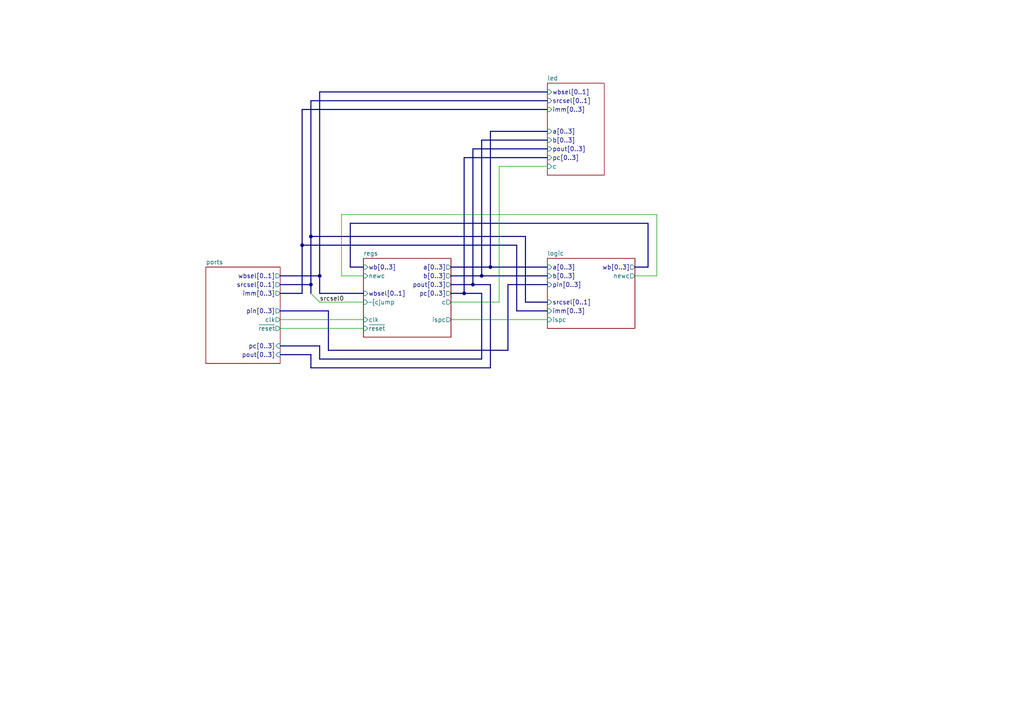
<source format=kicad_sch>
(kicad_sch (version 20211123) (generator eeschema)

  (uuid e63e39d7-6ac0-4ffd-8aa3-1841a4541b55)

  (paper "A4")

  (lib_symbols
  )

  (junction (at 137.16 82.55) (diameter 0) (color 0 0 0 0)
    (uuid 3c00b346-e50e-44e5-8d62-b2c3887101ad)
  )
  (junction (at 134.62 85.09) (diameter 0) (color 0 0 0 0)
    (uuid 5f068814-d73c-4d8a-8150-1380a053189a)
  )
  (junction (at 139.7 80.01) (diameter 0) (color 0 0 0 0)
    (uuid 6be575ff-2cdd-4a97-9307-74dc7e2d5297)
  )
  (junction (at 90.17 82.55) (diameter 0) (color 0 0 0 0)
    (uuid 941fbb1a-743c-4621-9207-b3a39f25d757)
  )
  (junction (at 87.63 71.12) (diameter 0) (color 0 0 0 0)
    (uuid 99b39967-cd36-4263-817f-91cfa2c88c22)
  )
  (junction (at 142.24 77.47) (diameter 0) (color 0 0 0 0)
    (uuid a0278d2d-4d64-4209-82c9-840f3c8c37f6)
  )
  (junction (at 90.17 68.58) (diameter 0) (color 0 0 0 0)
    (uuid ee0c028c-75a1-4003-a390-2ca77b88198f)
  )
  (junction (at 92.71 80.01) (diameter 0) (color 0 0 0 0)
    (uuid fab3fcff-06f5-49e3-bcfa-c85af8034e83)
  )

  (bus_entry (at 90.17 85.09) (size 2.54 2.54)
    (stroke (width 0) (type default) (color 0 0 0 0))
    (uuid 0b15c3b8-9f37-42c8-98d8-bf37954a8e04)
  )

  (bus (pts (xy 139.7 80.01) (xy 158.75 80.01))
    (stroke (width 0) (type default) (color 0 0 0 0))
    (uuid 0215363c-dec6-456a-8868-b418b226a806)
  )
  (bus (pts (xy 90.17 82.55) (xy 90.17 68.58))
    (stroke (width 0) (type default) (color 0 0 0 0))
    (uuid 08ce2b58-e6ed-4edf-88bd-7b88344f77a4)
  )
  (bus (pts (xy 137.16 82.55) (xy 137.16 43.18))
    (stroke (width 0) (type default) (color 0 0 0 0))
    (uuid 09d438f3-fd99-4a17-90d5-21b27d24aa4b)
  )

  (wire (pts (xy 99.06 80.01) (xy 105.41 80.01))
    (stroke (width 0) (type default) (color 0 0 0 0))
    (uuid 0acfb542-763e-4bb4-805c-f65bba26dc00)
  )
  (bus (pts (xy 147.32 101.6) (xy 147.32 82.55))
    (stroke (width 0) (type default) (color 0 0 0 0))
    (uuid 0c5cd294-974e-48b3-a8ad-4347b0787c40)
  )
  (bus (pts (xy 147.32 82.55) (xy 158.75 82.55))
    (stroke (width 0) (type default) (color 0 0 0 0))
    (uuid 1038313e-2d7d-4fc3-a4a3-e94e2ac2e2b6)
  )
  (bus (pts (xy 92.71 80.01) (xy 92.71 26.67))
    (stroke (width 0) (type default) (color 0 0 0 0))
    (uuid 11c84ebe-41f3-4ee1-9381-8372a814669f)
  )
  (bus (pts (xy 101.6 64.77) (xy 101.6 77.47))
    (stroke (width 0) (type default) (color 0 0 0 0))
    (uuid 172b49b6-3375-481e-862d-5183fae2aa1d)
  )
  (bus (pts (xy 95.25 90.17) (xy 95.25 101.6))
    (stroke (width 0) (type default) (color 0 0 0 0))
    (uuid 173e57ee-d66e-4057-a8d4-cc349aaaf8bf)
  )
  (bus (pts (xy 92.71 104.14) (xy 92.71 100.33))
    (stroke (width 0) (type default) (color 0 0 0 0))
    (uuid 19dea56c-c5e7-43fd-ac6c-a4dc0622bd45)
  )
  (bus (pts (xy 87.63 71.12) (xy 87.63 31.75))
    (stroke (width 0) (type default) (color 0 0 0 0))
    (uuid 1eab9327-4e80-4cd2-8dee-6610cef16403)
  )
  (bus (pts (xy 149.86 71.12) (xy 149.86 90.17))
    (stroke (width 0) (type default) (color 0 0 0 0))
    (uuid 229ce09d-631d-438b-98d9-e0a3c80da569)
  )

  (wire (pts (xy 184.15 80.01) (xy 190.5 80.01))
    (stroke (width 0) (type default) (color 0 0 0 0))
    (uuid 2412676f-b749-4409-ab49-82be76b17fde)
  )
  (bus (pts (xy 184.15 77.47) (xy 187.96 77.47))
    (stroke (width 0) (type default) (color 0 0 0 0))
    (uuid 2476294c-d3a7-4144-b035-10e9e1a34248)
  )

  (wire (pts (xy 130.81 92.71) (xy 158.75 92.71))
    (stroke (width 0) (type default) (color 0 0 0 0))
    (uuid 33e04aef-abe2-4e51-8de3-38c89b4b758d)
  )
  (bus (pts (xy 90.17 102.87) (xy 81.28 102.87))
    (stroke (width 0) (type default) (color 0 0 0 0))
    (uuid 376ab2ef-c6b4-4f01-8d48-1bc689cd5b0f)
  )
  (bus (pts (xy 130.81 85.09) (xy 134.62 85.09))
    (stroke (width 0) (type default) (color 0 0 0 0))
    (uuid 40e068e2-5fe9-471e-90a5-b33c0912bf5a)
  )

  (wire (pts (xy 190.5 80.01) (xy 190.5 62.23))
    (stroke (width 0) (type default) (color 0 0 0 0))
    (uuid 42b80f06-24f5-4d3f-b43c-9cf173501d10)
  )
  (bus (pts (xy 87.63 31.75) (xy 158.75 31.75))
    (stroke (width 0) (type default) (color 0 0 0 0))
    (uuid 490c71ec-b40f-4fee-8db6-f1f7ffc3b58f)
  )
  (bus (pts (xy 101.6 77.47) (xy 105.41 77.47))
    (stroke (width 0) (type default) (color 0 0 0 0))
    (uuid 4a4594cc-a3fa-4ddf-8f7d-089b91ace25d)
  )
  (bus (pts (xy 134.62 45.72) (xy 134.62 85.09))
    (stroke (width 0) (type default) (color 0 0 0 0))
    (uuid 4f5f83f6-fd25-4b7b-a543-cbb4e1bdbc59)
  )
  (bus (pts (xy 87.63 71.12) (xy 149.86 71.12))
    (stroke (width 0) (type default) (color 0 0 0 0))
    (uuid 4f6861b9-c7ea-448a-808b-995163ce6013)
  )
  (bus (pts (xy 130.81 82.55) (xy 137.16 82.55))
    (stroke (width 0) (type default) (color 0 0 0 0))
    (uuid 52b5e68f-871d-4a66-af3e-00a493dd108e)
  )
  (bus (pts (xy 90.17 106.68) (xy 90.17 102.87))
    (stroke (width 0) (type default) (color 0 0 0 0))
    (uuid 540f01f8-21c2-4de1-990e-daf5c1103883)
  )
  (bus (pts (xy 81.28 82.55) (xy 90.17 82.55))
    (stroke (width 0) (type default) (color 0 0 0 0))
    (uuid 589bc040-cf99-4b6d-a811-feb4bbfa6de0)
  )
  (bus (pts (xy 134.62 85.09) (xy 139.7 85.09))
    (stroke (width 0) (type default) (color 0 0 0 0))
    (uuid 5ac79db6-6f5a-4c9e-8724-d0e243123fa2)
  )

  (wire (pts (xy 144.78 87.63) (xy 144.78 48.26))
    (stroke (width 0) (type default) (color 0 0 0 0))
    (uuid 5d415a47-e52f-4a2a-b8d4-d95a367beb7a)
  )
  (bus (pts (xy 134.62 45.72) (xy 158.75 45.72))
    (stroke (width 0) (type default) (color 0 0 0 0))
    (uuid 5d9dfda9-34d8-49b8-a7d8-43f33f187597)
  )
  (bus (pts (xy 137.16 43.18) (xy 158.75 43.18))
    (stroke (width 0) (type default) (color 0 0 0 0))
    (uuid 5df82d64-d475-4d6e-ad49-d81c3dea989b)
  )
  (bus (pts (xy 139.7 104.14) (xy 92.71 104.14))
    (stroke (width 0) (type default) (color 0 0 0 0))
    (uuid 5e83dcf8-a474-4130-972d-60976cb50752)
  )
  (bus (pts (xy 139.7 40.64) (xy 158.75 40.64))
    (stroke (width 0) (type default) (color 0 0 0 0))
    (uuid 61e13468-d5f4-483c-bf80-01b2463d9a19)
  )
  (bus (pts (xy 81.28 90.17) (xy 95.25 90.17))
    (stroke (width 0) (type default) (color 0 0 0 0))
    (uuid 6328a6c9-9625-4466-a9f9-e52a39201852)
  )
  (bus (pts (xy 139.7 80.01) (xy 139.7 40.64))
    (stroke (width 0) (type default) (color 0 0 0 0))
    (uuid 637da283-48f0-465e-9adb-54f11e2cac22)
  )
  (bus (pts (xy 81.28 80.01) (xy 92.71 80.01))
    (stroke (width 0) (type default) (color 0 0 0 0))
    (uuid 6c501d87-2ca5-48b9-b197-bdb107aac3fc)
  )

  (wire (pts (xy 92.71 87.63) (xy 105.41 87.63))
    (stroke (width 0) (type default) (color 0 0 0 0))
    (uuid 6fbde3b1-2ee1-47a6-bfc4-1c8fcd99e118)
  )
  (bus (pts (xy 90.17 68.58) (xy 152.4 68.58))
    (stroke (width 0) (type default) (color 0 0 0 0))
    (uuid 762d5180-c79c-4e35-86fc-5142017a7b47)
  )
  (bus (pts (xy 90.17 82.55) (xy 90.17 85.09))
    (stroke (width 0) (type default) (color 0 0 0 0))
    (uuid 7a8fb343-e590-4ac5-82eb-d8463bce7b77)
  )
  (bus (pts (xy 92.71 85.09) (xy 105.41 85.09))
    (stroke (width 0) (type default) (color 0 0 0 0))
    (uuid 7b74bdd7-b454-416f-8180-0668a3cfa96b)
  )
  (bus (pts (xy 142.24 82.55) (xy 142.24 106.68))
    (stroke (width 0) (type default) (color 0 0 0 0))
    (uuid 7dd15c60-4229-40d4-8c96-7f721f1de8fe)
  )
  (bus (pts (xy 142.24 106.68) (xy 90.17 106.68))
    (stroke (width 0) (type default) (color 0 0 0 0))
    (uuid 7f2da4c6-3d68-4c47-ac0a-8c9f0ed7ddf2)
  )
  (bus (pts (xy 130.81 80.01) (xy 139.7 80.01))
    (stroke (width 0) (type default) (color 0 0 0 0))
    (uuid 8159205c-5e5f-4635-acf1-9e74b5de94dc)
  )
  (bus (pts (xy 92.71 80.01) (xy 92.71 85.09))
    (stroke (width 0) (type default) (color 0 0 0 0))
    (uuid 89499172-cc39-407e-b917-cf8f8b2a13df)
  )
  (bus (pts (xy 87.63 71.12) (xy 87.63 85.09))
    (stroke (width 0) (type default) (color 0 0 0 0))
    (uuid 913dd538-f493-45ad-8913-c28b523516a1)
  )
  (bus (pts (xy 152.4 68.58) (xy 152.4 87.63))
    (stroke (width 0) (type default) (color 0 0 0 0))
    (uuid 93a9b1c9-75da-4adb-b8d1-19d87d9ff563)
  )
  (bus (pts (xy 149.86 90.17) (xy 158.75 90.17))
    (stroke (width 0) (type default) (color 0 0 0 0))
    (uuid 9769c48d-6968-4a10-a238-7f3ae8fd26e1)
  )
  (bus (pts (xy 152.4 87.63) (xy 158.75 87.63))
    (stroke (width 0) (type default) (color 0 0 0 0))
    (uuid 99ed0a12-d535-49f5-b156-2fb6ed9b70b5)
  )

  (wire (pts (xy 99.06 62.23) (xy 190.5 62.23))
    (stroke (width 0) (type default) (color 0 0 0 0))
    (uuid 9b47dc77-be99-448c-a478-a0eadd2295df)
  )
  (bus (pts (xy 139.7 85.09) (xy 139.7 104.14))
    (stroke (width 0) (type default) (color 0 0 0 0))
    (uuid 9d7442a3-13cf-4b69-8acc-c708db0df310)
  )

  (wire (pts (xy 144.78 48.26) (xy 158.75 48.26))
    (stroke (width 0) (type default) (color 0 0 0 0))
    (uuid 9f6d6558-e949-4d00-886b-28ae6014788a)
  )
  (bus (pts (xy 92.71 100.33) (xy 81.28 100.33))
    (stroke (width 0) (type default) (color 0 0 0 0))
    (uuid a6b9e6b8-2965-430d-851a-419b1f2c68b1)
  )
  (bus (pts (xy 137.16 82.55) (xy 142.24 82.55))
    (stroke (width 0) (type default) (color 0 0 0 0))
    (uuid ae5692bc-a8f9-4d41-be68-39c09d3331e2)
  )
  (bus (pts (xy 187.96 77.47) (xy 187.96 64.77))
    (stroke (width 0) (type default) (color 0 0 0 0))
    (uuid b61ff43d-28b2-4580-9aaa-bea783851525)
  )
  (bus (pts (xy 90.17 68.58) (xy 90.17 29.21))
    (stroke (width 0) (type default) (color 0 0 0 0))
    (uuid b9c76ac1-2888-4414-8716-7ed4a9e98702)
  )

  (wire (pts (xy 81.28 95.25) (xy 105.41 95.25))
    (stroke (width 0) (type default) (color 0 0 0 0))
    (uuid bef16dcb-8345-4344-8926-7874bff22bb1)
  )
  (bus (pts (xy 95.25 101.6) (xy 147.32 101.6))
    (stroke (width 0) (type default) (color 0 0 0 0))
    (uuid c16b78f3-5cdb-4546-a5f8-99bbae79f8d8)
  )

  (wire (pts (xy 81.28 92.71) (xy 105.41 92.71))
    (stroke (width 0) (type default) (color 0 0 0 0))
    (uuid c23d1473-f02b-4a7d-b532-084265d6f779)
  )
  (bus (pts (xy 142.24 77.47) (xy 158.75 77.47))
    (stroke (width 0) (type default) (color 0 0 0 0))
    (uuid c685c788-dde9-4c1d-9d61-e229c0e20c59)
  )
  (bus (pts (xy 187.96 64.77) (xy 101.6 64.77))
    (stroke (width 0) (type default) (color 0 0 0 0))
    (uuid c8e75be2-ddbd-45ad-9bd2-d541c428dede)
  )

  (wire (pts (xy 99.06 62.23) (xy 99.06 80.01))
    (stroke (width 0) (type default) (color 0 0 0 0))
    (uuid cfa74921-95b8-4e92-bb32-c69585f3014f)
  )
  (bus (pts (xy 81.28 85.09) (xy 87.63 85.09))
    (stroke (width 0) (type default) (color 0 0 0 0))
    (uuid d8e33265-90d9-4b8e-a030-dd9294391e31)
  )
  (bus (pts (xy 142.24 77.47) (xy 142.24 38.1))
    (stroke (width 0) (type default) (color 0 0 0 0))
    (uuid ea81685d-fa3c-43fd-a00e-5b392a2488ce)
  )
  (bus (pts (xy 130.81 77.47) (xy 142.24 77.47))
    (stroke (width 0) (type default) (color 0 0 0 0))
    (uuid ecde4e67-5992-4768-b922-9d1ac0ed1a8b)
  )
  (bus (pts (xy 142.24 38.1) (xy 158.75 38.1))
    (stroke (width 0) (type default) (color 0 0 0 0))
    (uuid f4d3af0f-abb8-4e4e-9976-87bd8354ff76)
  )
  (bus (pts (xy 92.71 26.67) (xy 158.75 26.67))
    (stroke (width 0) (type default) (color 0 0 0 0))
    (uuid f6f0290a-1f7d-4a8d-a750-c34ac30404bc)
  )

  (wire (pts (xy 130.81 87.63) (xy 144.78 87.63))
    (stroke (width 0) (type default) (color 0 0 0 0))
    (uuid f7c0aac7-8880-4304-bc58-05c0cc275f1b)
  )
  (bus (pts (xy 90.17 29.21) (xy 158.75 29.21))
    (stroke (width 0) (type default) (color 0 0 0 0))
    (uuid fb34b2c2-d938-4fe1-880e-db71abfb1a83)
  )

  (label "srcsel0" (at 92.71 87.63 0)
    (effects (font (size 1.27 1.27)) (justify left bottom))
    (uuid 89dc0a78-8605-4c91-9d64-533cb8b905ab)
  )

  (sheet (at 59.69 77.47) (size 21.59 27.94) (fields_autoplaced)
    (stroke (width 0.1524) (type solid) (color 0 0 0 0))
    (fill (color 0 0 0 0.0000))
    (uuid 54212c01-b363-47b8-a145-45c40df316f4)
    (property "Sheet name" "ports" (id 0) (at 59.69 76.7584 0)
      (effects (font (size 1.27 1.27)) (justify left bottom))
    )
    (property "Sheet file" "ports.kicad_sch" (id 1) (at 59.69 105.9946 0)
      (effects (font (size 1.27 1.27)) (justify left top) hide)
    )
    (pin "pout[0..3]" input (at 81.28 102.87 0)
      (effects (font (size 1.27 1.27)) (justify right))
      (uuid e1e7ed63-a171-4176-af14-3e4008326e17)
    )
    (pin "pin[0..3]" output (at 81.28 90.17 0)
      (effects (font (size 1.27 1.27)) (justify right))
      (uuid c6d2f83a-6e7b-40f7-a5c1-e00aa1f31997)
    )
    (pin "clk" output (at 81.28 92.71 0)
      (effects (font (size 1.27 1.27)) (justify right))
      (uuid b04fea15-81cf-4a06-86a6-b9e30ba6ce55)
    )
    (pin "~{reset}" output (at 81.28 95.25 0)
      (effects (font (size 1.27 1.27)) (justify right))
      (uuid 5c6b6f45-9e09-43a9-906f-16266c775a8c)
    )
    (pin "pc[0..3]" input (at 81.28 100.33 0)
      (effects (font (size 1.27 1.27)) (justify right))
      (uuid e93b1e58-cd2d-4987-bdd9-7a349fa105aa)
    )
    (pin "imm[0..3]" output (at 81.28 85.09 0)
      (effects (font (size 1.27 1.27)) (justify right))
      (uuid 59b1ee47-940d-4ea0-87f2-5e1d36bc9490)
    )
    (pin "wbsel[0..1]" output (at 81.28 80.01 0)
      (effects (font (size 1.27 1.27)) (justify right))
      (uuid e2710e99-d539-473e-86b6-bd171f675f79)
    )
    (pin "srcsel[0..1]" output (at 81.28 82.55 0)
      (effects (font (size 1.27 1.27)) (justify right))
      (uuid 42fc01a4-7df3-4245-9268-0a529676bf95)
    )
  )

  (sheet (at 158.75 24.13) (size 16.51 26.67) (fields_autoplaced)
    (stroke (width 0.1524) (type solid) (color 0 0 0 0))
    (fill (color 0 0 0 0.0000))
    (uuid ae4166d0-3501-472b-a768-e7fba8d8da90)
    (property "Sheet name" "led" (id 0) (at 158.75 23.4184 0)
      (effects (font (size 1.27 1.27)) (justify left bottom))
    )
    (property "Sheet file" "led.kicad_sch" (id 1) (at 158.75 51.3846 0)
      (effects (font (size 1.27 1.27)) (justify left top) hide)
    )
    (pin "a[0..3]" input (at 158.75 38.1 180)
      (effects (font (size 1.27 1.27)) (justify left))
      (uuid 64c4964b-9a95-43d6-b2fa-ea2c2e85e129)
    )
    (pin "b[0..3]" input (at 158.75 40.64 180)
      (effects (font (size 1.27 1.27)) (justify left))
      (uuid d78f21f5-1c34-43d3-a219-eace7a73be33)
    )
    (pin "pout[0..3]" input (at 158.75 43.18 180)
      (effects (font (size 1.27 1.27)) (justify left))
      (uuid bf9f2784-b93b-4eac-9378-80a5bf2047cb)
    )
    (pin "c" input (at 158.75 48.26 180)
      (effects (font (size 1.27 1.27)) (justify left))
      (uuid 13d77d0f-55be-40c6-a3e4-04c1f39a6e88)
    )
    (pin "wbsel[0..1]" input (at 158.75 26.67 180)
      (effects (font (size 1.27 1.27)) (justify left))
      (uuid c06cc563-9381-4f16-a93c-baf453d0f827)
    )
    (pin "srcsel[0..1]" input (at 158.75 29.21 180)
      (effects (font (size 1.27 1.27)) (justify left))
      (uuid 1017072a-8266-429e-91e7-0b2c1b9ba0ed)
    )
    (pin "imm[0..3]" input (at 158.75 31.75 180)
      (effects (font (size 1.27 1.27)) (justify left))
      (uuid e6ed44f0-2ce8-46b7-8537-5b105ed09e47)
    )
    (pin "pc[0..3]" input (at 158.75 45.72 180)
      (effects (font (size 1.27 1.27)) (justify left))
      (uuid f82ae27f-b19f-4034-9430-ec2343493302)
    )
  )

  (sheet (at 105.41 74.93) (size 25.4 22.86) (fields_autoplaced)
    (stroke (width 0.1524) (type solid) (color 0 0 0 0))
    (fill (color 0 0 0 0.0000))
    (uuid b6df6e41-c376-419f-b59e-d3d46fbd9122)
    (property "Sheet name" "regs" (id 0) (at 105.41 74.2184 0)
      (effects (font (size 1.27 1.27)) (justify left bottom))
    )
    (property "Sheet file" "regs.kicad_sch" (id 1) (at 105.41 98.3746 0)
      (effects (font (size 1.27 1.27)) (justify left top) hide)
    )
    (pin "newc" input (at 105.41 80.01 180)
      (effects (font (size 1.27 1.27)) (justify left))
      (uuid 6f470d61-1b3b-4793-bf4d-2531528fd487)
    )
    (pin "~{cjump" input (at 105.41 87.63 180)
      (effects (font (size 1.27 1.27)) (justify left))
      (uuid 4d5aba39-af4a-4d9f-9ee9-e9abf155c76d)
    )
    (pin "~{reset}" input (at 105.41 95.25 180)
      (effects (font (size 1.27 1.27)) (justify left))
      (uuid 31778964-9f7d-4528-8535-e78487593b68)
    )
    (pin "clk" input (at 105.41 92.71 180)
      (effects (font (size 1.27 1.27)) (justify left))
      (uuid 4c84bf70-c1e7-4829-ab36-c5d91c22ddb6)
    )
    (pin "c" output (at 130.81 87.63 0)
      (effects (font (size 1.27 1.27)) (justify right))
      (uuid a4bc0a77-cd8d-4789-9d68-8f85207db6c1)
    )
    (pin "wb[0..3]" input (at 105.41 77.47 180)
      (effects (font (size 1.27 1.27)) (justify left))
      (uuid 00797494-18b7-4174-afc2-dccf5c33f530)
    )
    (pin "wbsel[0..1]" input (at 105.41 85.09 180)
      (effects (font (size 1.27 1.27)) (justify left))
      (uuid 17398b25-4d93-42da-ad77-f1f15ed456b1)
    )
    (pin "a[0..3]" output (at 130.81 77.47 0)
      (effects (font (size 1.27 1.27)) (justify right))
      (uuid d10c0200-38fd-4c8d-8eac-6c71ef126d43)
    )
    (pin "pout[0..3]" output (at 130.81 82.55 0)
      (effects (font (size 1.27 1.27)) (justify right))
      (uuid 7b64cfe5-3557-4bfe-8514-de57aa784542)
    )
    (pin "b[0..3]" output (at 130.81 80.01 0)
      (effects (font (size 1.27 1.27)) (justify right))
      (uuid 9de10105-ed6b-478a-acd2-d822104ec4fd)
    )
    (pin "pc[0..3]" output (at 130.81 85.09 0)
      (effects (font (size 1.27 1.27)) (justify right))
      (uuid d5db5920-aadf-4320-9f27-7e6d8872cec3)
    )
    (pin "ispc" output (at 130.81 92.71 0)
      (effects (font (size 1.27 1.27)) (justify right))
      (uuid 4ae2fe39-dc4a-4892-850c-f7e6f76e9f18)
    )
  )

  (sheet (at 158.75 74.93) (size 25.4 20.32) (fields_autoplaced)
    (stroke (width 0.1524) (type solid) (color 0 0 0 0))
    (fill (color 0 0 0 0.0000))
    (uuid b75026d7-74d7-409b-aacb-2ae63565f9b5)
    (property "Sheet name" "logic" (id 0) (at 158.75 74.2184 0)
      (effects (font (size 1.27 1.27)) (justify left bottom))
    )
    (property "Sheet file" "logic.kicad_sch" (id 1) (at 158.75 95.8346 0)
      (effects (font (size 1.27 1.27)) (justify left top) hide)
    )
    (pin "b[0..3]" input (at 158.75 80.01 180)
      (effects (font (size 1.27 1.27)) (justify left))
      (uuid 037673f1-5684-4db5-9a52-e50fb056fbda)
    )
    (pin "a[0..3]" input (at 158.75 77.47 180)
      (effects (font (size 1.27 1.27)) (justify left))
      (uuid a309bd14-ceef-46ab-9c43-5752fabf0984)
    )
    (pin "srcsel[0..1]" input (at 158.75 87.63 180)
      (effects (font (size 1.27 1.27)) (justify left))
      (uuid bcc0ab78-c125-40cd-a7f3-d4b5eb920c75)
    )
    (pin "pin[0..3]" input (at 158.75 82.55 180)
      (effects (font (size 1.27 1.27)) (justify left))
      (uuid 99cfc34c-0c78-44ae-a453-c80f51e13fe4)
    )
    (pin "imm[0..3]" input (at 158.75 90.17 180)
      (effects (font (size 1.27 1.27)) (justify left))
      (uuid 508cf5fa-1bf1-40e5-a907-8acf5a2308fa)
    )
    (pin "wb[0..3]" output (at 184.15 77.47 0)
      (effects (font (size 1.27 1.27)) (justify right))
      (uuid f099ad39-af8c-4760-b69b-2c1850c84c16)
    )
    (pin "ispc" input (at 158.75 92.71 180)
      (effects (font (size 1.27 1.27)) (justify left))
      (uuid d6f98c51-6ba7-4b1d-ac11-622d761f1eb0)
    )
    (pin "newc" output (at 184.15 80.01 0)
      (effects (font (size 1.27 1.27)) (justify right))
      (uuid 7817ae2b-5e2d-40b6-972f-ec9a0e13a538)
    )
  )

  (sheet_instances
    (path "/" (page "1"))
    (path "/54212c01-b363-47b8-a145-45c40df316f4" (page "2"))
    (path "/b6df6e41-c376-419f-b59e-d3d46fbd9122" (page "3"))
    (path "/b75026d7-74d7-409b-aacb-2ae63565f9b5" (page "4"))
    (path "/ae4166d0-3501-472b-a768-e7fba8d8da90" (page "5"))
  )

  (symbol_instances
    (path "/54212c01-b363-47b8-a145-45c40df316f4/6a8c9545-2ebc-4800-b1d5-30a9f4b64728"
      (reference "#FLG0101") (unit 1) (value "PWR_FLAG") (footprint "")
    )
    (path "/54212c01-b363-47b8-a145-45c40df316f4/9c4c8db2-d338-4695-b971-971be00e6569"
      (reference "#FLG0102") (unit 1) (value "PWR_FLAG") (footprint "")
    )
    (path "/54212c01-b363-47b8-a145-45c40df316f4/fc04496a-53ef-4353-ae9c-09eca4e4a637"
      (reference "#PWR0101") (unit 1) (value "VCC") (footprint "")
    )
    (path "/54212c01-b363-47b8-a145-45c40df316f4/d293ffd0-0d39-4336-b48b-d86bab8e7171"
      (reference "#PWR0102") (unit 1) (value "GND") (footprint "")
    )
    (path "/54212c01-b363-47b8-a145-45c40df316f4/2ead5f04-9340-4b45-b7e7-5ee0b6afcca8"
      (reference "#PWR0103") (unit 1) (value "VCC") (footprint "")
    )
    (path "/54212c01-b363-47b8-a145-45c40df316f4/3f393f52-fd89-48b8-8f67-9e91a7fcee2c"
      (reference "#PWR0104") (unit 1) (value "VCC") (footprint "")
    )
    (path "/54212c01-b363-47b8-a145-45c40df316f4/33ce5585-1f03-44e8-b37c-8da9b13d6185"
      (reference "#PWR0105") (unit 1) (value "GND") (footprint "")
    )
    (path "/54212c01-b363-47b8-a145-45c40df316f4/5523ea8b-07e8-4d9d-9226-769001b2978d"
      (reference "#PWR0106") (unit 1) (value "GND") (footprint "")
    )
    (path "/54212c01-b363-47b8-a145-45c40df316f4/abea12a4-22aa-493e-b609-93e74c746b7c"
      (reference "#PWR0107") (unit 1) (value "VCC") (footprint "")
    )
    (path "/54212c01-b363-47b8-a145-45c40df316f4/ad08e5d4-999e-4573-a2c5-ea4aea5fe9da"
      (reference "#PWR0108") (unit 1) (value "GND") (footprint "")
    )
    (path "/54212c01-b363-47b8-a145-45c40df316f4/e75dd901-2fb2-4ad2-9bd3-4f38583036d1"
      (reference "#PWR0109") (unit 1) (value "VCC") (footprint "")
    )
    (path "/54212c01-b363-47b8-a145-45c40df316f4/90ac5f72-f06f-4c15-89d8-f0eb91bec32a"
      (reference "#PWR0110") (unit 1) (value "VCC") (footprint "")
    )
    (path "/54212c01-b363-47b8-a145-45c40df316f4/63889b5b-319a-4ec7-9d88-38746b1ff624"
      (reference "#PWR0111") (unit 1) (value "GND") (footprint "")
    )
    (path "/54212c01-b363-47b8-a145-45c40df316f4/7f494678-85f3-4776-8c2a-3b2ff8bb2698"
      (reference "#PWR0112") (unit 1) (value "GND") (footprint "")
    )
    (path "/54212c01-b363-47b8-a145-45c40df316f4/94187938-9927-48a4-950f-8fe85fb7d8ba"
      (reference "#PWR0113") (unit 1) (value "VCC") (footprint "")
    )
    (path "/b6df6e41-c376-419f-b59e-d3d46fbd9122/374ddad2-3ad2-4ab6-87ce-82b25654fbed"
      (reference "#PWR0114") (unit 1) (value "GND") (footprint "")
    )
    (path "/b6df6e41-c376-419f-b59e-d3d46fbd9122/f5b27f16-5f26-4b83-ab98-0a4348f2338b"
      (reference "#PWR0115") (unit 1) (value "VCC") (footprint "")
    )
    (path "/b6df6e41-c376-419f-b59e-d3d46fbd9122/246fa0ee-481d-4884-96d6-b52b7acb05a8"
      (reference "#PWR0116") (unit 1) (value "VCC") (footprint "")
    )
    (path "/b6df6e41-c376-419f-b59e-d3d46fbd9122/203cc7c9-f689-4bde-b64b-c16144e6fd62"
      (reference "#PWR0117") (unit 1) (value "GND") (footprint "")
    )
    (path "/b6df6e41-c376-419f-b59e-d3d46fbd9122/b7e3e021-9f4f-4a31-92a5-d3e3a2ecebce"
      (reference "#PWR0118") (unit 1) (value "VCC") (footprint "")
    )
    (path "/b6df6e41-c376-419f-b59e-d3d46fbd9122/227bec4d-0cfd-4285-81b0-ebbfbc974d01"
      (reference "#PWR0119") (unit 1) (value "VCC") (footprint "")
    )
    (path "/b6df6e41-c376-419f-b59e-d3d46fbd9122/3ab0513f-7cd7-4aaf-8e17-ff8e464d3626"
      (reference "#PWR0120") (unit 1) (value "GND") (footprint "")
    )
    (path "/b6df6e41-c376-419f-b59e-d3d46fbd9122/7cf77163-fa4a-4b0d-92f8-8ac9df97282f"
      (reference "#PWR0121") (unit 1) (value "GND") (footprint "")
    )
    (path "/b6df6e41-c376-419f-b59e-d3d46fbd9122/14c4cd1f-4f40-47e4-8853-d16408446452"
      (reference "#PWR0122") (unit 1) (value "VCC") (footprint "")
    )
    (path "/b6df6e41-c376-419f-b59e-d3d46fbd9122/ef810030-2724-4c9c-a931-01bf299bda43"
      (reference "#PWR0123") (unit 1) (value "VCC") (footprint "")
    )
    (path "/b6df6e41-c376-419f-b59e-d3d46fbd9122/6fe6d48d-231b-4b7b-b83c-9465b6a5eff8"
      (reference "#PWR0124") (unit 1) (value "GND") (footprint "")
    )
    (path "/b6df6e41-c376-419f-b59e-d3d46fbd9122/8880d65f-d81a-46a2-9990-2f8477ebeb1c"
      (reference "#PWR0125") (unit 1) (value "VCC") (footprint "")
    )
    (path "/b6df6e41-c376-419f-b59e-d3d46fbd9122/c578d4a2-aa14-4c4c-a382-2b716e872c6f"
      (reference "#PWR0126") (unit 1) (value "VCC") (footprint "")
    )
    (path "/b6df6e41-c376-419f-b59e-d3d46fbd9122/7162837e-eef8-4457-86d0-c4109f2403a9"
      (reference "#PWR0127") (unit 1) (value "GND") (footprint "")
    )
    (path "/b6df6e41-c376-419f-b59e-d3d46fbd9122/ba56419f-2d44-443b-b970-d1beb3614822"
      (reference "#PWR0128") (unit 1) (value "VCC") (footprint "")
    )
    (path "/b6df6e41-c376-419f-b59e-d3d46fbd9122/fca91cc7-fec3-4621-ae48-a604bde0b74d"
      (reference "#PWR0129") (unit 1) (value "GND") (footprint "")
    )
    (path "/b6df6e41-c376-419f-b59e-d3d46fbd9122/b06df556-5df3-40ed-8951-1402646abd39"
      (reference "#PWR0130") (unit 1) (value "VCC") (footprint "")
    )
    (path "/b6df6e41-c376-419f-b59e-d3d46fbd9122/19431a22-cb16-47d4-9355-b14c0b391382"
      (reference "#PWR0131") (unit 1) (value "GND") (footprint "")
    )
    (path "/b6df6e41-c376-419f-b59e-d3d46fbd9122/0d589631-a208-49bb-9548-a282a3b8d6b4"
      (reference "#PWR0132") (unit 1) (value "VCC") (footprint "")
    )
    (path "/b6df6e41-c376-419f-b59e-d3d46fbd9122/d4ea9cee-f0e3-4bbd-afb3-7a1d46a6e8d1"
      (reference "#PWR0133") (unit 1) (value "GND") (footprint "")
    )
    (path "/b75026d7-74d7-409b-aacb-2ae63565f9b5/874d1eee-408f-4c35-afda-98f38642e4da"
      (reference "#PWR0134") (unit 1) (value "GND") (footprint "")
    )
    (path "/b75026d7-74d7-409b-aacb-2ae63565f9b5/08805494-70f9-46b7-a56c-8770a6c6bcf9"
      (reference "#PWR0135") (unit 1) (value "VCC") (footprint "")
    )
    (path "/b75026d7-74d7-409b-aacb-2ae63565f9b5/eff34f3d-151e-4075-9504-d42f8fd1a7f7"
      (reference "#PWR0136") (unit 1) (value "VCC") (footprint "")
    )
    (path "/b75026d7-74d7-409b-aacb-2ae63565f9b5/b2156eca-3cac-441f-8049-7b30b5325559"
      (reference "#PWR0137") (unit 1) (value "GND") (footprint "")
    )
    (path "/b75026d7-74d7-409b-aacb-2ae63565f9b5/f2d28069-5f9c-4e68-b18e-4069438e6009"
      (reference "#PWR0138") (unit 1) (value "GND") (footprint "")
    )
    (path "/b75026d7-74d7-409b-aacb-2ae63565f9b5/6a73fedf-6f3b-4b91-8418-b0fd2e02e766"
      (reference "#PWR0139") (unit 1) (value "VCC") (footprint "")
    )
    (path "/b75026d7-74d7-409b-aacb-2ae63565f9b5/4af2db55-dbdf-4500-9ae4-f9288bb4980a"
      (reference "#PWR0140") (unit 1) (value "GND") (footprint "")
    )
    (path "/b75026d7-74d7-409b-aacb-2ae63565f9b5/d903a4f5-05a4-4fa5-8ea8-d25de18fe068"
      (reference "#PWR0141") (unit 1) (value "VCC") (footprint "")
    )
    (path "/b75026d7-74d7-409b-aacb-2ae63565f9b5/cb4747cb-3506-429e-8edd-798203a241e8"
      (reference "#PWR0142") (unit 1) (value "GND") (footprint "")
    )
    (path "/ae4166d0-3501-472b-a768-e7fba8d8da90/ac2e46db-a0e5-4687-8b4c-cb64a53ef55c"
      (reference "#PWR0143") (unit 1) (value "GND") (footprint "")
    )
    (path "/ae4166d0-3501-472b-a768-e7fba8d8da90/28723a2a-8f5b-4362-b47f-caba50b5689b"
      (reference "#PWR0144") (unit 1) (value "GND") (footprint "")
    )
    (path "/ae4166d0-3501-472b-a768-e7fba8d8da90/8f8c1a29-0e0f-4e18-9639-9db3d8ac75ca"
      (reference "#PWR0145") (unit 1) (value "GND") (footprint "")
    )
    (path "/ae4166d0-3501-472b-a768-e7fba8d8da90/6ee89a02-d75b-4683-93a5-835a85e9de01"
      (reference "#PWR0146") (unit 1) (value "GND") (footprint "")
    )
    (path "/ae4166d0-3501-472b-a768-e7fba8d8da90/4bb14048-d8e4-4fa5-a78f-7541ede960fb"
      (reference "#PWR0147") (unit 1) (value "GND") (footprint "")
    )
    (path "/ae4166d0-3501-472b-a768-e7fba8d8da90/b24952f7-a299-4e92-a942-c411495da426"
      (reference "#PWR0148") (unit 1) (value "GND") (footprint "")
    )
    (path "/b6df6e41-c376-419f-b59e-d3d46fbd9122/89727fb0-0619-4aa8-8db9-de356caa6501"
      (reference "C1") (unit 1) (value "0.1u") (footprint "Capacitor_SMD:C_0805_2012Metric_Pad1.18x1.45mm_HandSolder")
    )
    (path "/b6df6e41-c376-419f-b59e-d3d46fbd9122/5561c14d-378a-4d12-9f5b-90b66f113d18"
      (reference "C2") (unit 1) (value "0.1u") (footprint "Capacitor_SMD:C_0805_2012Metric_Pad1.18x1.45mm_HandSolder")
    )
    (path "/b6df6e41-c376-419f-b59e-d3d46fbd9122/eb0877f3-6c7a-4b16-88c1-50a89c1f736f"
      (reference "C3") (unit 1) (value "0.1u") (footprint "Capacitor_SMD:C_0805_2012Metric_Pad1.18x1.45mm_HandSolder")
    )
    (path "/b6df6e41-c376-419f-b59e-d3d46fbd9122/2fe5427c-67ae-4a2c-b4f5-23f32a5e0bf1"
      (reference "C4") (unit 1) (value "0.1u") (footprint "Capacitor_SMD:C_0805_2012Metric_Pad1.18x1.45mm_HandSolder")
    )
    (path "/b6df6e41-c376-419f-b59e-d3d46fbd9122/2214a197-e598-47bf-823e-c8bb19c34adc"
      (reference "C5") (unit 1) (value "0.1u") (footprint "Capacitor_SMD:C_0805_2012Metric_Pad1.18x1.45mm_HandSolder")
    )
    (path "/b6df6e41-c376-419f-b59e-d3d46fbd9122/b97540ea-566a-436a-b0bb-8b5e3b272d98"
      (reference "C6") (unit 1) (value "0.1u") (footprint "Capacitor_SMD:C_0805_2012Metric_Pad1.18x1.45mm_HandSolder")
    )
    (path "/b6df6e41-c376-419f-b59e-d3d46fbd9122/e31a5301-5b84-4359-b75d-e37e7a8566ba"
      (reference "C7") (unit 1) (value "0.1u") (footprint "Capacitor_SMD:C_0805_2012Metric_Pad1.18x1.45mm_HandSolder")
    )
    (path "/b75026d7-74d7-409b-aacb-2ae63565f9b5/e1654660-f20e-47c7-9c54-1dfb0ac3268e"
      (reference "C8") (unit 1) (value "0.1u") (footprint "Capacitor_SMD:C_0805_2012Metric_Pad1.18x1.45mm_HandSolder")
    )
    (path "/b75026d7-74d7-409b-aacb-2ae63565f9b5/13b04f6a-de20-4210-936f-127c9bf55c58"
      (reference "C9") (unit 1) (value "0.1u") (footprint "Capacitor_SMD:C_0805_2012Metric_Pad1.18x1.45mm_HandSolder")
    )
    (path "/b75026d7-74d7-409b-aacb-2ae63565f9b5/43f72e89-f667-4681-a635-b645bafd03da"
      (reference "C10") (unit 1) (value "0.1u") (footprint "Capacitor_SMD:C_0805_2012Metric_Pad1.18x1.45mm_HandSolder")
    )
    (path "/ae4166d0-3501-472b-a768-e7fba8d8da90/18600321-3d0e-4056-9df5-c39070edd036"
      (reference "D1") (unit 1) (value "OSG5TA3Z74A") (footprint "LED_THT:LED_D3.0mm_Clear")
    )
    (path "/ae4166d0-3501-472b-a768-e7fba8d8da90/c6eaa1b7-3a22-46aa-a9b1-a442ac0163e3"
      (reference "D2") (unit 1) (value "OSG5TA3Z74A") (footprint "LED_THT:LED_D3.0mm_Clear")
    )
    (path "/ae4166d0-3501-472b-a768-e7fba8d8da90/d9cd0f43-e486-4730-80d3-cd8e387e2f79"
      (reference "D3") (unit 1) (value "OSG5TA3Z74A") (footprint "LED_THT:LED_D3.0mm_Clear")
    )
    (path "/ae4166d0-3501-472b-a768-e7fba8d8da90/88f61794-6e93-4391-bf7c-0be4ab4ce422"
      (reference "D4") (unit 1) (value "OSG5TA3Z74A") (footprint "LED_THT:LED_D3.0mm_Clear")
    )
    (path "/ae4166d0-3501-472b-a768-e7fba8d8da90/284dcd60-d650-40a1-b833-9122264792aa"
      (reference "D5") (unit 1) (value "OSG5TA3Z74A") (footprint "LED_THT:LED_D3.0mm_Clear")
    )
    (path "/ae4166d0-3501-472b-a768-e7fba8d8da90/a6629212-47c7-4c56-b2ac-8f9da348d578"
      (reference "D6") (unit 1) (value "OSG5TA3Z74A") (footprint "LED_THT:LED_D3.0mm_Clear")
    )
    (path "/ae4166d0-3501-472b-a768-e7fba8d8da90/f5bff8b6-84e2-45ae-8b73-adfc71c76d94"
      (reference "D7") (unit 1) (value "OSG5TA3Z74A") (footprint "LED_THT:LED_D3.0mm_Clear")
    )
    (path "/ae4166d0-3501-472b-a768-e7fba8d8da90/31c3f6df-9714-47c8-a934-c0d5369816c7"
      (reference "D8") (unit 1) (value "OSG5TA3Z74A") (footprint "LED_THT:LED_D3.0mm_Clear")
    )
    (path "/ae4166d0-3501-472b-a768-e7fba8d8da90/bf34bfb1-87f1-4a8a-84df-3bea7706ee13"
      (reference "D9") (unit 1) (value "OSG5TA3Z74A") (footprint "LED_THT:LED_D3.0mm_Clear")
    )
    (path "/ae4166d0-3501-472b-a768-e7fba8d8da90/db24eb8e-f035-4236-a8b6-99d35d986039"
      (reference "D10") (unit 1) (value "OSG5TA3Z74A") (footprint "LED_THT:LED_D3.0mm_Clear")
    )
    (path "/ae4166d0-3501-472b-a768-e7fba8d8da90/7a3e3636-7e0e-4d33-b960-63c06ca7558f"
      (reference "D11") (unit 1) (value "OSG5TA3Z74A") (footprint "LED_THT:LED_D3.0mm_Clear")
    )
    (path "/ae4166d0-3501-472b-a768-e7fba8d8da90/97ac51f1-814b-4479-9635-0c061234d780"
      (reference "D12") (unit 1) (value "OSG5TA3Z74A") (footprint "LED_THT:LED_D3.0mm_Clear")
    )
    (path "/ae4166d0-3501-472b-a768-e7fba8d8da90/a4f90421-e13c-4904-a828-8a25238f3764"
      (reference "D13") (unit 1) (value "OSR5JA3Z74A") (footprint "LED_THT:LED_D3.0mm_Clear")
    )
    (path "/ae4166d0-3501-472b-a768-e7fba8d8da90/06d7bff6-0eff-476b-b1ca-1ccf6dad285b"
      (reference "D14") (unit 1) (value "OSR5JA3Z74A") (footprint "LED_THT:LED_D3.0mm_Clear")
    )
    (path "/ae4166d0-3501-472b-a768-e7fba8d8da90/99c9c6f4-a544-40e8-8bf8-ebcfd51f5ac9"
      (reference "D15") (unit 1) (value "OSR5JA3Z74A") (footprint "LED_THT:LED_D3.0mm_Clear")
    )
    (path "/ae4166d0-3501-472b-a768-e7fba8d8da90/c71a237f-7ba8-4efd-9a92-b197cd517bfc"
      (reference "D16") (unit 1) (value "OSR5JA3Z74A") (footprint "LED_THT:LED_D3.0mm_Clear")
    )
    (path "/ae4166d0-3501-472b-a768-e7fba8d8da90/72b40009-697d-4cca-a108-3ee0105172b0"
      (reference "D17") (unit 1) (value "OSR5JA3Z74A") (footprint "LED_THT:LED_D3.0mm_Clear")
    )
    (path "/ae4166d0-3501-472b-a768-e7fba8d8da90/b10dad2c-01f0-46e6-a741-1ab69639e4c9"
      (reference "D18") (unit 1) (value "OSR5JA3Z74A") (footprint "LED_THT:LED_D3.0mm_Clear")
    )
    (path "/ae4166d0-3501-472b-a768-e7fba8d8da90/95f82a3d-39ea-4c5a-a4f4-2b1487085ecc"
      (reference "D19") (unit 1) (value "OSR5JA3Z74A") (footprint "LED_THT:LED_D3.0mm_Clear")
    )
    (path "/ae4166d0-3501-472b-a768-e7fba8d8da90/7c6022b4-cae4-4fd6-a86e-c4a70a5bb7ab"
      (reference "D20") (unit 1) (value "OSR5JA3Z74A") (footprint "LED_THT:LED_D3.0mm_Clear")
    )
    (path "/ae4166d0-3501-472b-a768-e7fba8d8da90/f84af32e-6f0b-4a97-b482-29a50d1a322c"
      (reference "D21") (unit 1) (value "OSY5JA3Z74A") (footprint "LED_THT:LED_D3.0mm_Clear")
    )
    (path "/ae4166d0-3501-472b-a768-e7fba8d8da90/1e8a931d-57e6-4e3e-8a1c-616ab2b88356"
      (reference "D22") (unit 1) (value "OSB5YU3Z74A") (footprint "LED_THT:LED_D3.0mm_Clear")
    )
    (path "/ae4166d0-3501-472b-a768-e7fba8d8da90/19cfa238-13f5-4cb3-a785-f6389f4c50f3"
      (reference "D23") (unit 1) (value "OSB5YU3Z74A") (footprint "LED_THT:LED_D3.0mm_Clear")
    )
    (path "/ae4166d0-3501-472b-a768-e7fba8d8da90/f9603103-fed4-4fe8-80d1-04d7835b996d"
      (reference "D24") (unit 1) (value "OSB5YU3Z74A") (footprint "LED_THT:LED_D3.0mm_Clear")
    )
    (path "/ae4166d0-3501-472b-a768-e7fba8d8da90/81b5ae10-30bd-4158-bfc4-1967e348ab2d"
      (reference "D25") (unit 1) (value "OSB5YU3Z74A") (footprint "LED_THT:LED_D3.0mm_Clear")
    )
    (path "/54212c01-b363-47b8-a145-45c40df316f4/0bc45e0a-f3b4-457e-8294-593a75a7697d"
      (reference "J1") (unit 1) (value "Conn_01x06") (footprint "Connector_PinHeader_2.54mm:PinHeader_1x06_P2.54mm_Vertical")
    )
    (path "/54212c01-b363-47b8-a145-45c40df316f4/98fac554-e694-479c-a41a-2d5451b79e52"
      (reference "J2") (unit 1) (value "Conn_02x10_Top_Bottom") (footprint "PrjLibrary_CalicoCPU:PinHeader_2x10_P2.54mm_Vertical_Top_Bottom")
    )
    (path "/54212c01-b363-47b8-a145-45c40df316f4/bb702799-04d1-4136-9913-db15d677cb7f"
      (reference "J3") (unit 1) (value "Conn_01x06") (footprint "Connector_PinHeader_2.54mm:PinHeader_1x06_P2.54mm_Vertical")
    )
    (path "/54212c01-b363-47b8-a145-45c40df316f4/c37dcd1e-d55c-4ea2-9efb-cab1bfceffbc"
      (reference "J4") (unit 1) (value "Conn_01x06") (footprint "Connector_PinHeader_2.54mm:PinHeader_1x06_P2.54mm_Vertical")
    )
    (path "/ae4166d0-3501-472b-a768-e7fba8d8da90/1d49de33-760c-4cfc-9297-b3702e68404f"
      (reference "R1") (unit 1) (value "22k") (footprint "Resistor_SMD:R_0805_2012Metric_Pad1.20x1.40mm_HandSolder")
    )
    (path "/ae4166d0-3501-472b-a768-e7fba8d8da90/7604155b-0975-4770-bc31-e730960fca84"
      (reference "R2") (unit 1) (value "22k") (footprint "Resistor_SMD:R_0805_2012Metric_Pad1.20x1.40mm_HandSolder")
    )
    (path "/ae4166d0-3501-472b-a768-e7fba8d8da90/fc70db74-83b5-48c0-92e5-e3ab7fd94c89"
      (reference "R3") (unit 1) (value "22k") (footprint "Resistor_SMD:R_0805_2012Metric_Pad1.20x1.40mm_HandSolder")
    )
    (path "/ae4166d0-3501-472b-a768-e7fba8d8da90/ea860a71-f5fb-42ee-96fc-14ae53fde15e"
      (reference "R4") (unit 1) (value "22k") (footprint "Resistor_SMD:R_0805_2012Metric_Pad1.20x1.40mm_HandSolder")
    )
    (path "/ae4166d0-3501-472b-a768-e7fba8d8da90/57f1f781-3717-4a39-9e36-f21e4830b662"
      (reference "R5") (unit 1) (value "22k") (footprint "Resistor_SMD:R_0805_2012Metric_Pad1.20x1.40mm_HandSolder")
    )
    (path "/ae4166d0-3501-472b-a768-e7fba8d8da90/0d675af4-212a-4c2a-b12d-b419e5a77854"
      (reference "R6") (unit 1) (value "22k") (footprint "Resistor_SMD:R_0805_2012Metric_Pad1.20x1.40mm_HandSolder")
    )
    (path "/ae4166d0-3501-472b-a768-e7fba8d8da90/75a3676f-9953-4a89-b683-035c7cf345c9"
      (reference "R7") (unit 1) (value "22k") (footprint "Resistor_SMD:R_0805_2012Metric_Pad1.20x1.40mm_HandSolder")
    )
    (path "/ae4166d0-3501-472b-a768-e7fba8d8da90/e0f0a577-a84a-4ea6-9fe5-62c55734e005"
      (reference "R8") (unit 1) (value "22k") (footprint "Resistor_SMD:R_0805_2012Metric_Pad1.20x1.40mm_HandSolder")
    )
    (path "/ae4166d0-3501-472b-a768-e7fba8d8da90/5505ac2b-47e6-483c-a84d-8ed669bcfce5"
      (reference "R9") (unit 1) (value "22k") (footprint "Resistor_SMD:R_0805_2012Metric_Pad1.20x1.40mm_HandSolder")
    )
    (path "/ae4166d0-3501-472b-a768-e7fba8d8da90/2b735cd7-304f-43bc-8373-32cf970ac989"
      (reference "R10") (unit 1) (value "22k") (footprint "Resistor_SMD:R_0805_2012Metric_Pad1.20x1.40mm_HandSolder")
    )
    (path "/ae4166d0-3501-472b-a768-e7fba8d8da90/8238d62e-1311-49dc-8f43-3433e9a82cce"
      (reference "R11") (unit 1) (value "22k") (footprint "Resistor_SMD:R_0805_2012Metric_Pad1.20x1.40mm_HandSolder")
    )
    (path "/ae4166d0-3501-472b-a768-e7fba8d8da90/c5e1bb55-8f78-4b8a-b0a2-1daad390e4d2"
      (reference "R12") (unit 1) (value "22k") (footprint "Resistor_SMD:R_0805_2012Metric_Pad1.20x1.40mm_HandSolder")
    )
    (path "/ae4166d0-3501-472b-a768-e7fba8d8da90/8003a221-3d58-4cf8-b321-547ada4d7856"
      (reference "R13") (unit 1) (value "3.9k") (footprint "Resistor_SMD:R_0805_2012Metric_Pad1.20x1.40mm_HandSolder")
    )
    (path "/ae4166d0-3501-472b-a768-e7fba8d8da90/c2617d9a-58ca-4454-b155-b310644fa5db"
      (reference "R14") (unit 1) (value "3.9k") (footprint "Resistor_SMD:R_0805_2012Metric_Pad1.20x1.40mm_HandSolder")
    )
    (path "/ae4166d0-3501-472b-a768-e7fba8d8da90/91e712c1-b275-4e8d-a75d-96ba2db9740b"
      (reference "R15") (unit 1) (value "3.9k") (footprint "Resistor_SMD:R_0805_2012Metric_Pad1.20x1.40mm_HandSolder")
    )
    (path "/ae4166d0-3501-472b-a768-e7fba8d8da90/f8d0d1f1-2de8-4b03-99b4-c7d426b10149"
      (reference "R16") (unit 1) (value "3.9k") (footprint "Resistor_SMD:R_0805_2012Metric_Pad1.20x1.40mm_HandSolder")
    )
    (path "/ae4166d0-3501-472b-a768-e7fba8d8da90/3d485b82-1db8-4859-94c6-bf24a2b289e7"
      (reference "R17") (unit 1) (value "3.9k") (footprint "Resistor_SMD:R_0805_2012Metric_Pad1.20x1.40mm_HandSolder")
    )
    (path "/ae4166d0-3501-472b-a768-e7fba8d8da90/e65f2b57-b2d3-44ac-9de9-507d70b1f6dd"
      (reference "R18") (unit 1) (value "3.9k") (footprint "Resistor_SMD:R_0805_2012Metric_Pad1.20x1.40mm_HandSolder")
    )
    (path "/ae4166d0-3501-472b-a768-e7fba8d8da90/afe4a1f3-fab4-4042-8fa9-f575cef3491a"
      (reference "R19") (unit 1) (value "3.9k") (footprint "Resistor_SMD:R_0805_2012Metric_Pad1.20x1.40mm_HandSolder")
    )
    (path "/ae4166d0-3501-472b-a768-e7fba8d8da90/f8d97560-e028-43fc-8f80-43826a5aa870"
      (reference "R20") (unit 1) (value "3.9k") (footprint "Resistor_SMD:R_0805_2012Metric_Pad1.20x1.40mm_HandSolder")
    )
    (path "/ae4166d0-3501-472b-a768-e7fba8d8da90/1efa8017-4e57-427d-9d6a-f6448f5a04c2"
      (reference "R21") (unit 1) (value "2k") (footprint "Resistor_SMD:R_0805_2012Metric_Pad1.20x1.40mm_HandSolder")
    )
    (path "/ae4166d0-3501-472b-a768-e7fba8d8da90/1a3683de-2572-4ac6-bb00-ad246ba12ab1"
      (reference "R22") (unit 1) (value "2k") (footprint "Resistor_SMD:R_0805_2012Metric_Pad1.20x1.40mm_HandSolder")
    )
    (path "/ae4166d0-3501-472b-a768-e7fba8d8da90/f0524065-877c-469e-ba6a-102abfb525f7"
      (reference "R23") (unit 1) (value "2k") (footprint "Resistor_SMD:R_0805_2012Metric_Pad1.20x1.40mm_HandSolder")
    )
    (path "/ae4166d0-3501-472b-a768-e7fba8d8da90/26cbef7a-86a6-4da0-b2fa-9f74be0ee9b8"
      (reference "R24") (unit 1) (value "2k") (footprint "Resistor_SMD:R_0805_2012Metric_Pad1.20x1.40mm_HandSolder")
    )
    (path "/ae4166d0-3501-472b-a768-e7fba8d8da90/4397c2e6-7832-4c21-be40-3784c58d38f8"
      (reference "R25") (unit 1) (value "2k") (footprint "Resistor_SMD:R_0805_2012Metric_Pad1.20x1.40mm_HandSolder")
    )
    (path "/54212c01-b363-47b8-a145-45c40df316f4/40fa11de-0076-4b71-a33b-6abe07dfba23"
      (reference "R26") (unit 1) (value "10k") (footprint "Resistor_SMD:R_0805_2012Metric_Pad1.20x1.40mm_HandSolder")
    )
    (path "/54212c01-b363-47b8-a145-45c40df316f4/422a7910-ff75-4b15-a125-cda50d445caf"
      (reference "R27") (unit 1) (value "10k") (footprint "Resistor_SMD:R_0805_2012Metric_Pad1.20x1.40mm_HandSolder")
    )
    (path "/54212c01-b363-47b8-a145-45c40df316f4/5a77bc68-4df4-46ab-a4d5-12914366d7f6"
      (reference "R28") (unit 1) (value "10k") (footprint "Resistor_SMD:R_0805_2012Metric_Pad1.20x1.40mm_HandSolder")
    )
    (path "/54212c01-b363-47b8-a145-45c40df316f4/9749f2ba-8586-4a65-a776-3b84b130c532"
      (reference "R29") (unit 1) (value "10k") (footprint "Resistor_SMD:R_0805_2012Metric_Pad1.20x1.40mm_HandSolder")
    )
    (path "/54212c01-b363-47b8-a145-45c40df316f4/ca26ec52-1289-4bbf-a8fb-889edb42014a"
      (reference "R30") (unit 1) (value "1M") (footprint "Resistor_SMD:R_0805_2012Metric_Pad1.20x1.40mm_HandSolder")
    )
    (path "/54212c01-b363-47b8-a145-45c40df316f4/2774a5df-d580-409b-b4e2-ca1c644124ad"
      (reference "R31") (unit 1) (value "1M") (footprint "Resistor_SMD:R_0805_2012Metric_Pad1.20x1.40mm_HandSolder")
    )
    (path "/54212c01-b363-47b8-a145-45c40df316f4/989a8ff9-18c2-413e-961e-31d789a51854"
      (reference "R32") (unit 1) (value "1M") (footprint "Resistor_SMD:R_0805_2012Metric_Pad1.20x1.40mm_HandSolder")
    )
    (path "/54212c01-b363-47b8-a145-45c40df316f4/2d63f287-73a2-4b1b-a41d-b16eefef356c"
      (reference "R33") (unit 1) (value "1M") (footprint "Resistor_SMD:R_0805_2012Metric_Pad1.20x1.40mm_HandSolder")
    )
    (path "/54212c01-b363-47b8-a145-45c40df316f4/284b983b-89db-4419-a716-515bc9fbf142"
      (reference "SW1") (unit 1) (value "SW_DIP_x04") (footprint "Button_Switch_THT:SW_DIP_SPSTx04_Slide_9.78x12.34mm_W7.62mm_P2.54mm")
    )
    (path "/b6df6e41-c376-419f-b59e-d3d46fbd9122/edfccd7f-d524-4896-bec3-db71104d970d"
      (reference "U1") (unit 1) (value "74HC161") (footprint "PrjLibrary_CalicoCPU:DIP-16_W7.62mm_D1mm")
    )
    (path "/b6df6e41-c376-419f-b59e-d3d46fbd9122/d19ca699-addd-4426-af5f-88ae55dfc803"
      (reference "U2") (unit 1) (value "74HC161") (footprint "PrjLibrary_CalicoCPU:DIP-16_W7.62mm_D1mm")
    )
    (path "/b6df6e41-c376-419f-b59e-d3d46fbd9122/c3edbd7f-3ea8-48dc-90de-41717f35d963"
      (reference "U3") (unit 1) (value "74HC161") (footprint "PrjLibrary_CalicoCPU:DIP-16_W7.62mm_D1mm")
    )
    (path "/b6df6e41-c376-419f-b59e-d3d46fbd9122/cc06a8fd-d7db-479d-8cb3-a9fdf79c89a7"
      (reference "U4") (unit 1) (value "74HC161") (footprint "PrjLibrary_CalicoCPU:DIP-16_W7.62mm_D1mm")
    )
    (path "/b6df6e41-c376-419f-b59e-d3d46fbd9122/36fadf59-89b7-4f12-89ed-0931091853b4"
      (reference "U5") (unit 1) (value "74HC74") (footprint "PrjLibrary_CalicoCPU:DIP-14_W7.62mm_D1mm")
    )
    (path "/b6df6e41-c376-419f-b59e-d3d46fbd9122/82963987-a4eb-49d7-ad76-26756301f2ab"
      (reference "U5") (unit 2) (value "74HC74") (footprint "PrjLibrary_CalicoCPU:DIP-14_W7.62mm_D1mm")
    )
    (path "/b6df6e41-c376-419f-b59e-d3d46fbd9122/7204d54d-ca69-4daf-81c0-20e60aba73f3"
      (reference "U5") (unit 3) (value "74HC74") (footprint "PrjLibrary_CalicoCPU:DIP-14_W7.62mm_D1mm")
    )
    (path "/b6df6e41-c376-419f-b59e-d3d46fbd9122/7c075886-2969-4b4f-b345-3c1d29ba01ef"
      (reference "U6") (unit 1) (value "74HC138") (footprint "PrjLibrary_CalicoCPU:DIP-16_W7.62mm_D1mm")
    )
    (path "/b6df6e41-c376-419f-b59e-d3d46fbd9122/83673adb-4070-4f8c-aad9-06baa8d1e71a"
      (reference "U7") (unit 1) (value "74HC00") (footprint "PrjLibrary_CalicoCPU:DIP-14_W7.62mm_D1mm")
    )
    (path "/b6df6e41-c376-419f-b59e-d3d46fbd9122/f87767eb-a54b-4d5a-94fa-c7782535692a"
      (reference "U7") (unit 2) (value "74HC00") (footprint "PrjLibrary_CalicoCPU:DIP-14_W7.62mm_D1mm")
    )
    (path "/b6df6e41-c376-419f-b59e-d3d46fbd9122/9fce23a8-2e77-4035-9e39-836fee0c66e0"
      (reference "U7") (unit 3) (value "74HC00") (footprint "PrjLibrary_CalicoCPU:DIP-14_W7.62mm_D1mm")
    )
    (path "/b6df6e41-c376-419f-b59e-d3d46fbd9122/23e808f6-6a55-4bea-972b-a16b812ddb21"
      (reference "U7") (unit 4) (value "74HC00") (footprint "PrjLibrary_CalicoCPU:DIP-14_W7.62mm_D1mm")
    )
    (path "/b6df6e41-c376-419f-b59e-d3d46fbd9122/0af32b60-a848-43a6-ae63-d2d6355a8059"
      (reference "U7") (unit 5) (value "74HC00") (footprint "PrjLibrary_CalicoCPU:DIP-14_W7.62mm_D1mm")
    )
    (path "/b75026d7-74d7-409b-aacb-2ae63565f9b5/7af629e8-76b8-4b95-8f91-385da143ccaa"
      (reference "U8") (unit 1) (value "74HC153") (footprint "PrjLibrary_CalicoCPU:DIP-16_W7.62mm_D1mm")
    )
    (path "/b75026d7-74d7-409b-aacb-2ae63565f9b5/7593cf54-0835-4074-9d87-2a7613107ea6"
      (reference "U9") (unit 1) (value "74HC153") (footprint "PrjLibrary_CalicoCPU:DIP-16_W7.62mm_D1mm")
    )
    (path "/b75026d7-74d7-409b-aacb-2ae63565f9b5/1b0b95e4-448b-4128-a6a9-920a1396d56c"
      (reference "U10") (unit 1) (value "74HC283") (footprint "PrjLibrary_CalicoCPU:DIP-16_W7.62mm_D1mm")
    )
  )
)

</source>
